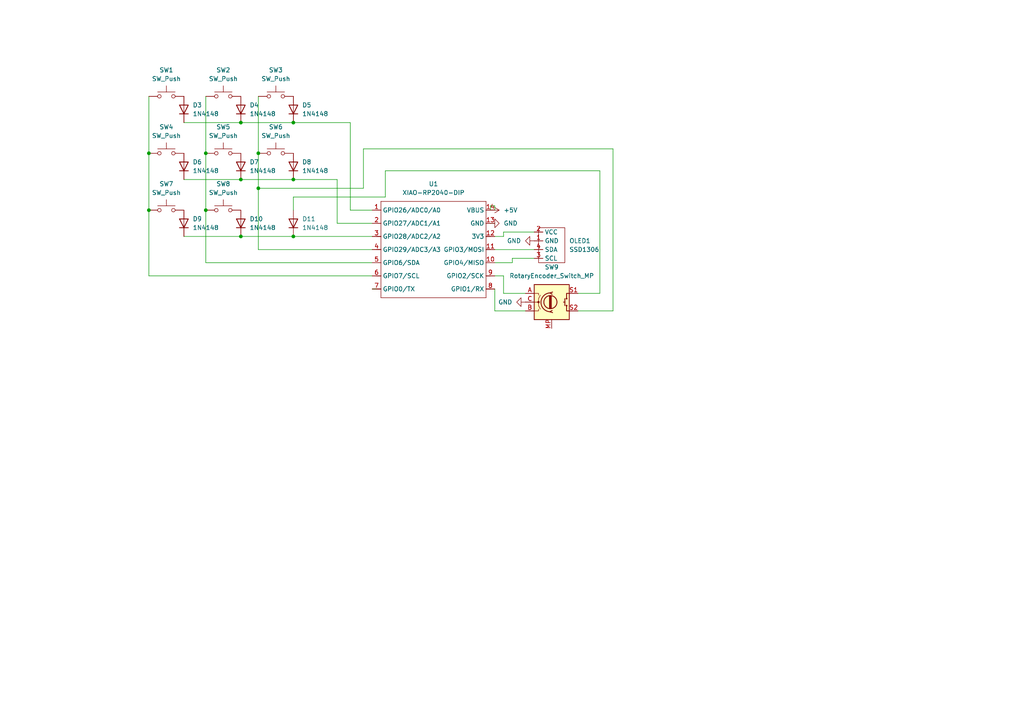
<source format=kicad_sch>
(kicad_sch
	(version 20250114)
	(generator "eeschema")
	(generator_version "9.0")
	(uuid "844310ec-704b-43ad-93e4-0feb8736a761")
	(paper "A4")
	(lib_symbols
		(symbol "Device:RotaryEncoder_Switch_MP"
			(pin_names
				(offset 0.254)
				(hide yes)
			)
			(exclude_from_sim no)
			(in_bom yes)
			(on_board yes)
			(property "Reference" "SW"
				(at 0 8.89 0)
				(effects
					(font
						(size 1.27 1.27)
					)
				)
			)
			(property "Value" "RotaryEncoder_Switch_MP"
				(at 0 6.35 0)
				(effects
					(font
						(size 1.27 1.27)
					)
				)
			)
			(property "Footprint" ""
				(at -3.81 4.064 0)
				(effects
					(font
						(size 1.27 1.27)
					)
					(hide yes)
				)
			)
			(property "Datasheet" "~"
				(at 0 -12.7 0)
				(effects
					(font
						(size 1.27 1.27)
					)
					(hide yes)
				)
			)
			(property "Description" "Rotary encoder, dual channel, incremental quadrate outputs, with switch and MP Pin"
				(at 0 -15.24 0)
				(effects
					(font
						(size 1.27 1.27)
					)
					(hide yes)
				)
			)
			(property "ki_keywords" "rotary switch encoder switch push button"
				(at 0 0 0)
				(effects
					(font
						(size 1.27 1.27)
					)
					(hide yes)
				)
			)
			(property "ki_fp_filters" "RotaryEncoder*Switch*"
				(at 0 0 0)
				(effects
					(font
						(size 1.27 1.27)
					)
					(hide yes)
				)
			)
			(symbol "RotaryEncoder_Switch_MP_0_1"
				(rectangle
					(start -5.08 5.08)
					(end 5.08 -5.08)
					(stroke
						(width 0.254)
						(type default)
					)
					(fill
						(type background)
					)
				)
				(polyline
					(pts
						(xy -5.08 2.54) (xy -3.81 2.54) (xy -3.81 2.032)
					)
					(stroke
						(width 0)
						(type default)
					)
					(fill
						(type none)
					)
				)
				(polyline
					(pts
						(xy -5.08 0) (xy -3.81 0) (xy -3.81 -1.016) (xy -3.302 -2.032)
					)
					(stroke
						(width 0)
						(type default)
					)
					(fill
						(type none)
					)
				)
				(polyline
					(pts
						(xy -5.08 -2.54) (xy -3.81 -2.54) (xy -3.81 -2.032)
					)
					(stroke
						(width 0)
						(type default)
					)
					(fill
						(type none)
					)
				)
				(polyline
					(pts
						(xy -4.318 0) (xy -3.81 0) (xy -3.81 1.016) (xy -3.302 2.032)
					)
					(stroke
						(width 0)
						(type default)
					)
					(fill
						(type none)
					)
				)
				(circle
					(center -3.81 0)
					(radius 0.254)
					(stroke
						(width 0)
						(type default)
					)
					(fill
						(type outline)
					)
				)
				(polyline
					(pts
						(xy -0.635 -1.778) (xy -0.635 1.778)
					)
					(stroke
						(width 0.254)
						(type default)
					)
					(fill
						(type none)
					)
				)
				(circle
					(center -0.381 0)
					(radius 1.905)
					(stroke
						(width 0.254)
						(type default)
					)
					(fill
						(type none)
					)
				)
				(polyline
					(pts
						(xy -0.381 -1.778) (xy -0.381 1.778)
					)
					(stroke
						(width 0.254)
						(type default)
					)
					(fill
						(type none)
					)
				)
				(arc
					(start -0.381 -2.794)
					(mid -3.0988 -0.0635)
					(end -0.381 2.667)
					(stroke
						(width 0.254)
						(type default)
					)
					(fill
						(type none)
					)
				)
				(polyline
					(pts
						(xy -0.127 1.778) (xy -0.127 -1.778)
					)
					(stroke
						(width 0.254)
						(type default)
					)
					(fill
						(type none)
					)
				)
				(polyline
					(pts
						(xy 0.254 2.921) (xy -0.508 2.667) (xy 0.127 2.286)
					)
					(stroke
						(width 0.254)
						(type default)
					)
					(fill
						(type none)
					)
				)
				(polyline
					(pts
						(xy 0.254 -3.048) (xy -0.508 -2.794) (xy 0.127 -2.413)
					)
					(stroke
						(width 0.254)
						(type default)
					)
					(fill
						(type none)
					)
				)
				(polyline
					(pts
						(xy 3.81 1.016) (xy 3.81 -1.016)
					)
					(stroke
						(width 0.254)
						(type default)
					)
					(fill
						(type none)
					)
				)
				(polyline
					(pts
						(xy 3.81 0) (xy 3.429 0)
					)
					(stroke
						(width 0.254)
						(type default)
					)
					(fill
						(type none)
					)
				)
				(circle
					(center 4.318 1.016)
					(radius 0.127)
					(stroke
						(width 0.254)
						(type default)
					)
					(fill
						(type none)
					)
				)
				(circle
					(center 4.318 -1.016)
					(radius 0.127)
					(stroke
						(width 0.254)
						(type default)
					)
					(fill
						(type none)
					)
				)
				(polyline
					(pts
						(xy 5.08 2.54) (xy 4.318 2.54) (xy 4.318 1.016)
					)
					(stroke
						(width 0.254)
						(type default)
					)
					(fill
						(type none)
					)
				)
				(polyline
					(pts
						(xy 5.08 -2.54) (xy 4.318 -2.54) (xy 4.318 -1.016)
					)
					(stroke
						(width 0.254)
						(type default)
					)
					(fill
						(type none)
					)
				)
			)
			(symbol "RotaryEncoder_Switch_MP_1_1"
				(pin passive line
					(at -7.62 2.54 0)
					(length 2.54)
					(name "A"
						(effects
							(font
								(size 1.27 1.27)
							)
						)
					)
					(number "A"
						(effects
							(font
								(size 1.27 1.27)
							)
						)
					)
				)
				(pin passive line
					(at -7.62 0 0)
					(length 2.54)
					(name "C"
						(effects
							(font
								(size 1.27 1.27)
							)
						)
					)
					(number "C"
						(effects
							(font
								(size 1.27 1.27)
							)
						)
					)
				)
				(pin passive line
					(at -7.62 -2.54 0)
					(length 2.54)
					(name "B"
						(effects
							(font
								(size 1.27 1.27)
							)
						)
					)
					(number "B"
						(effects
							(font
								(size 1.27 1.27)
							)
						)
					)
				)
				(pin passive line
					(at 0 -7.62 90)
					(length 2.54)
					(name "MP"
						(effects
							(font
								(size 1.27 1.27)
							)
						)
					)
					(number "MP"
						(effects
							(font
								(size 1.27 1.27)
							)
						)
					)
				)
				(pin passive line
					(at 7.62 2.54 180)
					(length 2.54)
					(name "S1"
						(effects
							(font
								(size 1.27 1.27)
							)
						)
					)
					(number "S1"
						(effects
							(font
								(size 1.27 1.27)
							)
						)
					)
				)
				(pin passive line
					(at 7.62 -2.54 180)
					(length 2.54)
					(name "S2"
						(effects
							(font
								(size 1.27 1.27)
							)
						)
					)
					(number "S2"
						(effects
							(font
								(size 1.27 1.27)
							)
						)
					)
				)
			)
			(embedded_fonts no)
		)
		(symbol "Diode:1N4148"
			(pin_numbers
				(hide yes)
			)
			(pin_names
				(hide yes)
			)
			(exclude_from_sim no)
			(in_bom yes)
			(on_board yes)
			(property "Reference" "D"
				(at 0 2.54 0)
				(effects
					(font
						(size 1.27 1.27)
					)
				)
			)
			(property "Value" "1N4148"
				(at 0 -2.54 0)
				(effects
					(font
						(size 1.27 1.27)
					)
				)
			)
			(property "Footprint" "Diode_THT:D_DO-35_SOD27_P7.62mm_Horizontal"
				(at 0 0 0)
				(effects
					(font
						(size 1.27 1.27)
					)
					(hide yes)
				)
			)
			(property "Datasheet" "https://assets.nexperia.com/documents/data-sheet/1N4148_1N4448.pdf"
				(at 0 0 0)
				(effects
					(font
						(size 1.27 1.27)
					)
					(hide yes)
				)
			)
			(property "Description" "100V 0.15A standard switching diode, DO-35"
				(at 0 0 0)
				(effects
					(font
						(size 1.27 1.27)
					)
					(hide yes)
				)
			)
			(property "Sim.Device" "D"
				(at 0 0 0)
				(effects
					(font
						(size 1.27 1.27)
					)
					(hide yes)
				)
			)
			(property "Sim.Pins" "1=K 2=A"
				(at 0 0 0)
				(effects
					(font
						(size 1.27 1.27)
					)
					(hide yes)
				)
			)
			(property "ki_keywords" "diode"
				(at 0 0 0)
				(effects
					(font
						(size 1.27 1.27)
					)
					(hide yes)
				)
			)
			(property "ki_fp_filters" "D*DO?35*"
				(at 0 0 0)
				(effects
					(font
						(size 1.27 1.27)
					)
					(hide yes)
				)
			)
			(symbol "1N4148_0_1"
				(polyline
					(pts
						(xy -1.27 1.27) (xy -1.27 -1.27)
					)
					(stroke
						(width 0.254)
						(type default)
					)
					(fill
						(type none)
					)
				)
				(polyline
					(pts
						(xy 1.27 1.27) (xy 1.27 -1.27) (xy -1.27 0) (xy 1.27 1.27)
					)
					(stroke
						(width 0.254)
						(type default)
					)
					(fill
						(type none)
					)
				)
				(polyline
					(pts
						(xy 1.27 0) (xy -1.27 0)
					)
					(stroke
						(width 0)
						(type default)
					)
					(fill
						(type none)
					)
				)
			)
			(symbol "1N4148_1_1"
				(pin passive line
					(at -3.81 0 0)
					(length 2.54)
					(name "K"
						(effects
							(font
								(size 1.27 1.27)
							)
						)
					)
					(number "1"
						(effects
							(font
								(size 1.27 1.27)
							)
						)
					)
				)
				(pin passive line
					(at 3.81 0 180)
					(length 2.54)
					(name "A"
						(effects
							(font
								(size 1.27 1.27)
							)
						)
					)
					(number "2"
						(effects
							(font
								(size 1.27 1.27)
							)
						)
					)
				)
			)
			(embedded_fonts no)
		)
		(symbol "OPL:SSD1306"
			(exclude_from_sim no)
			(in_bom yes)
			(on_board yes)
			(property "Reference" "OLED"
				(at 15.494 -10.16 0)
				(effects
					(font
						(size 1.27 1.27)
					)
				)
			)
			(property "Value" "SSD1306"
				(at 17.272 -8.128 0)
				(effects
					(font
						(size 1.27 1.27)
					)
				)
			)
			(property "Footprint" "OLED:SSD1306-0.91-OLED-4pin-128x32"
				(at 14.986 -2.54 0)
				(effects
					(font
						(size 1.27 1.27)
					)
					(hide yes)
				)
			)
			(property "Datasheet" ""
				(at 0 0 0)
				(effects
					(font
						(size 1.27 1.27)
					)
					(hide yes)
				)
			)
			(property "Description" ""
				(at 0 0 0)
				(effects
					(font
						(size 1.27 1.27)
					)
					(hide yes)
				)
			)
			(property "ki_keywords" "OLED"
				(at 0 0 0)
				(effects
					(font
						(size 1.27 1.27)
					)
					(hide yes)
				)
			)
			(symbol "SSD1306_0_1"
				(rectangle
					(start 5.08 -5.08)
					(end 12.7 -15.24)
					(stroke
						(width 0)
						(type default)
					)
					(fill
						(type none)
					)
				)
			)
			(symbol "SSD1306_1_1"
				(pin power_in line
					(at 3.81 -6.35 0)
					(length 2.54)
					(name "VCC"
						(effects
							(font
								(size 1.27 1.27)
							)
						)
					)
					(number "2"
						(effects
							(font
								(size 1.27 1.27)
							)
						)
					)
				)
				(pin power_in line
					(at 3.81 -8.89 0)
					(length 2.54)
					(name "GND"
						(effects
							(font
								(size 1.27 1.27)
							)
						)
					)
					(number "1"
						(effects
							(font
								(size 1.27 1.27)
							)
						)
					)
				)
				(pin input line
					(at 3.81 -11.43 0)
					(length 2.54)
					(name "SDA"
						(effects
							(font
								(size 1.27 1.27)
							)
						)
					)
					(number "4"
						(effects
							(font
								(size 1.27 1.27)
							)
						)
					)
				)
				(pin input line
					(at 3.81 -13.97 0)
					(length 2.54)
					(name "SCL"
						(effects
							(font
								(size 1.27 1.27)
							)
						)
					)
					(number "3"
						(effects
							(font
								(size 1.27 1.27)
							)
						)
					)
				)
			)
			(embedded_fonts no)
		)
		(symbol "OPL:XIAO-RP2040-DIP"
			(exclude_from_sim no)
			(in_bom yes)
			(on_board yes)
			(property "Reference" "U"
				(at 0 0 0)
				(effects
					(font
						(size 1.27 1.27)
					)
				)
			)
			(property "Value" "XIAO-RP2040-DIP"
				(at 5.334 -1.778 0)
				(effects
					(font
						(size 1.27 1.27)
					)
				)
			)
			(property "Footprint" "Module:MOUDLE14P-XIAO-DIP-SMD"
				(at 14.478 -32.258 0)
				(effects
					(font
						(size 1.27 1.27)
					)
					(hide yes)
				)
			)
			(property "Datasheet" ""
				(at 0 0 0)
				(effects
					(font
						(size 1.27 1.27)
					)
					(hide yes)
				)
			)
			(property "Description" ""
				(at 0 0 0)
				(effects
					(font
						(size 1.27 1.27)
					)
					(hide yes)
				)
			)
			(symbol "XIAO-RP2040-DIP_1_0"
				(polyline
					(pts
						(xy -1.27 -2.54) (xy 29.21 -2.54)
					)
					(stroke
						(width 0.1524)
						(type solid)
					)
					(fill
						(type none)
					)
				)
				(polyline
					(pts
						(xy -1.27 -5.08) (xy -2.54 -5.08)
					)
					(stroke
						(width 0.1524)
						(type solid)
					)
					(fill
						(type none)
					)
				)
				(polyline
					(pts
						(xy -1.27 -5.08) (xy -1.27 -2.54)
					)
					(stroke
						(width 0.1524)
						(type solid)
					)
					(fill
						(type none)
					)
				)
				(polyline
					(pts
						(xy -1.27 -8.89) (xy -2.54 -8.89)
					)
					(stroke
						(width 0.1524)
						(type solid)
					)
					(fill
						(type none)
					)
				)
				(polyline
					(pts
						(xy -1.27 -8.89) (xy -1.27 -5.08)
					)
					(stroke
						(width 0.1524)
						(type solid)
					)
					(fill
						(type none)
					)
				)
				(polyline
					(pts
						(xy -1.27 -12.7) (xy -2.54 -12.7)
					)
					(stroke
						(width 0.1524)
						(type solid)
					)
					(fill
						(type none)
					)
				)
				(polyline
					(pts
						(xy -1.27 -12.7) (xy -1.27 -8.89)
					)
					(stroke
						(width 0.1524)
						(type solid)
					)
					(fill
						(type none)
					)
				)
				(polyline
					(pts
						(xy -1.27 -16.51) (xy -2.54 -16.51)
					)
					(stroke
						(width 0.1524)
						(type solid)
					)
					(fill
						(type none)
					)
				)
				(polyline
					(pts
						(xy -1.27 -16.51) (xy -1.27 -12.7)
					)
					(stroke
						(width 0.1524)
						(type solid)
					)
					(fill
						(type none)
					)
				)
				(polyline
					(pts
						(xy -1.27 -20.32) (xy -2.54 -20.32)
					)
					(stroke
						(width 0.1524)
						(type solid)
					)
					(fill
						(type none)
					)
				)
				(polyline
					(pts
						(xy -1.27 -24.13) (xy -2.54 -24.13)
					)
					(stroke
						(width 0.1524)
						(type solid)
					)
					(fill
						(type none)
					)
				)
				(polyline
					(pts
						(xy -1.27 -27.94) (xy -2.54 -27.94)
					)
					(stroke
						(width 0.1524)
						(type solid)
					)
					(fill
						(type none)
					)
				)
				(polyline
					(pts
						(xy -1.27 -30.48) (xy -1.27 -16.51)
					)
					(stroke
						(width 0.1524)
						(type solid)
					)
					(fill
						(type none)
					)
				)
				(polyline
					(pts
						(xy 29.21 -2.54) (xy 29.21 -5.08)
					)
					(stroke
						(width 0.1524)
						(type solid)
					)
					(fill
						(type none)
					)
				)
				(polyline
					(pts
						(xy 29.21 -5.08) (xy 29.21 -8.89)
					)
					(stroke
						(width 0.1524)
						(type solid)
					)
					(fill
						(type none)
					)
				)
				(polyline
					(pts
						(xy 29.21 -8.89) (xy 29.21 -12.7)
					)
					(stroke
						(width 0.1524)
						(type solid)
					)
					(fill
						(type none)
					)
				)
				(polyline
					(pts
						(xy 29.21 -12.7) (xy 29.21 -30.48)
					)
					(stroke
						(width 0.1524)
						(type solid)
					)
					(fill
						(type none)
					)
				)
				(polyline
					(pts
						(xy 29.21 -30.48) (xy -1.27 -30.48)
					)
					(stroke
						(width 0.1524)
						(type solid)
					)
					(fill
						(type none)
					)
				)
				(polyline
					(pts
						(xy 30.48 -5.08) (xy 29.21 -5.08)
					)
					(stroke
						(width 0.1524)
						(type solid)
					)
					(fill
						(type none)
					)
				)
				(polyline
					(pts
						(xy 30.48 -8.89) (xy 29.21 -8.89)
					)
					(stroke
						(width 0.1524)
						(type solid)
					)
					(fill
						(type none)
					)
				)
				(polyline
					(pts
						(xy 30.48 -12.7) (xy 29.21 -12.7)
					)
					(stroke
						(width 0.1524)
						(type solid)
					)
					(fill
						(type none)
					)
				)
				(polyline
					(pts
						(xy 30.48 -16.51) (xy 29.21 -16.51)
					)
					(stroke
						(width 0.1524)
						(type solid)
					)
					(fill
						(type none)
					)
				)
				(polyline
					(pts
						(xy 30.48 -20.32) (xy 29.21 -20.32)
					)
					(stroke
						(width 0.1524)
						(type solid)
					)
					(fill
						(type none)
					)
				)
				(polyline
					(pts
						(xy 30.48 -24.13) (xy 29.21 -24.13)
					)
					(stroke
						(width 0.1524)
						(type solid)
					)
					(fill
						(type none)
					)
				)
				(polyline
					(pts
						(xy 30.48 -27.94) (xy 29.21 -27.94)
					)
					(stroke
						(width 0.1524)
						(type solid)
					)
					(fill
						(type none)
					)
				)
				(pin passive line
					(at -3.81 -5.08 0)
					(length 2.54)
					(name "GPIO26/ADC0/A0"
						(effects
							(font
								(size 1.27 1.27)
							)
						)
					)
					(number "1"
						(effects
							(font
								(size 1.27 1.27)
							)
						)
					)
				)
				(pin passive line
					(at -3.81 -8.89 0)
					(length 2.54)
					(name "GPIO27/ADC1/A1"
						(effects
							(font
								(size 1.27 1.27)
							)
						)
					)
					(number "2"
						(effects
							(font
								(size 1.27 1.27)
							)
						)
					)
				)
				(pin passive line
					(at -3.81 -12.7 0)
					(length 2.54)
					(name "GPIO28/ADC2/A2"
						(effects
							(font
								(size 1.27 1.27)
							)
						)
					)
					(number "3"
						(effects
							(font
								(size 1.27 1.27)
							)
						)
					)
				)
				(pin passive line
					(at -3.81 -16.51 0)
					(length 2.54)
					(name "GPIO29/ADC3/A3"
						(effects
							(font
								(size 1.27 1.27)
							)
						)
					)
					(number "4"
						(effects
							(font
								(size 1.27 1.27)
							)
						)
					)
				)
				(pin passive line
					(at -3.81 -20.32 0)
					(length 2.54)
					(name "GPIO6/SDA"
						(effects
							(font
								(size 1.27 1.27)
							)
						)
					)
					(number "5"
						(effects
							(font
								(size 1.27 1.27)
							)
						)
					)
				)
				(pin passive line
					(at -3.81 -24.13 0)
					(length 2.54)
					(name "GPIO7/SCL"
						(effects
							(font
								(size 1.27 1.27)
							)
						)
					)
					(number "6"
						(effects
							(font
								(size 1.27 1.27)
							)
						)
					)
				)
				(pin passive line
					(at -3.81 -27.94 0)
					(length 2.54)
					(name "GPIO0/TX"
						(effects
							(font
								(size 1.27 1.27)
							)
						)
					)
					(number "7"
						(effects
							(font
								(size 1.27 1.27)
							)
						)
					)
				)
				(pin passive line
					(at 31.75 -5.08 180)
					(length 2.54)
					(name "VBUS"
						(effects
							(font
								(size 1.27 1.27)
							)
						)
					)
					(number "14"
						(effects
							(font
								(size 1.27 1.27)
							)
						)
					)
				)
				(pin passive line
					(at 31.75 -8.89 180)
					(length 2.54)
					(name "GND"
						(effects
							(font
								(size 1.27 1.27)
							)
						)
					)
					(number "13"
						(effects
							(font
								(size 1.27 1.27)
							)
						)
					)
				)
				(pin passive line
					(at 31.75 -12.7 180)
					(length 2.54)
					(name "3V3"
						(effects
							(font
								(size 1.27 1.27)
							)
						)
					)
					(number "12"
						(effects
							(font
								(size 1.27 1.27)
							)
						)
					)
				)
				(pin passive line
					(at 31.75 -16.51 180)
					(length 2.54)
					(name "GPIO3/MOSI"
						(effects
							(font
								(size 1.27 1.27)
							)
						)
					)
					(number "11"
						(effects
							(font
								(size 1.27 1.27)
							)
						)
					)
				)
				(pin passive line
					(at 31.75 -20.32 180)
					(length 2.54)
					(name "GPIO4/MISO"
						(effects
							(font
								(size 1.27 1.27)
							)
						)
					)
					(number "10"
						(effects
							(font
								(size 1.27 1.27)
							)
						)
					)
				)
				(pin passive line
					(at 31.75 -24.13 180)
					(length 2.54)
					(name "GPIO2/SCK"
						(effects
							(font
								(size 1.27 1.27)
							)
						)
					)
					(number "9"
						(effects
							(font
								(size 1.27 1.27)
							)
						)
					)
				)
				(pin passive line
					(at 31.75 -27.94 180)
					(length 2.54)
					(name "GPIO1/RX"
						(effects
							(font
								(size 1.27 1.27)
							)
						)
					)
					(number "8"
						(effects
							(font
								(size 1.27 1.27)
							)
						)
					)
				)
			)
			(embedded_fonts no)
		)
		(symbol "Switch:SW_Push"
			(pin_numbers
				(hide yes)
			)
			(pin_names
				(offset 1.016)
				(hide yes)
			)
			(exclude_from_sim no)
			(in_bom yes)
			(on_board yes)
			(property "Reference" "SW"
				(at 1.27 2.54 0)
				(effects
					(font
						(size 1.27 1.27)
					)
					(justify left)
				)
			)
			(property "Value" "SW_Push"
				(at 0 -1.524 0)
				(effects
					(font
						(size 1.27 1.27)
					)
				)
			)
			(property "Footprint" ""
				(at 0 5.08 0)
				(effects
					(font
						(size 1.27 1.27)
					)
					(hide yes)
				)
			)
			(property "Datasheet" "~"
				(at 0 5.08 0)
				(effects
					(font
						(size 1.27 1.27)
					)
					(hide yes)
				)
			)
			(property "Description" "Push button switch, generic, two pins"
				(at 0 0 0)
				(effects
					(font
						(size 1.27 1.27)
					)
					(hide yes)
				)
			)
			(property "ki_keywords" "switch normally-open pushbutton push-button"
				(at 0 0 0)
				(effects
					(font
						(size 1.27 1.27)
					)
					(hide yes)
				)
			)
			(symbol "SW_Push_0_1"
				(circle
					(center -2.032 0)
					(radius 0.508)
					(stroke
						(width 0)
						(type default)
					)
					(fill
						(type none)
					)
				)
				(polyline
					(pts
						(xy 0 1.27) (xy 0 3.048)
					)
					(stroke
						(width 0)
						(type default)
					)
					(fill
						(type none)
					)
				)
				(circle
					(center 2.032 0)
					(radius 0.508)
					(stroke
						(width 0)
						(type default)
					)
					(fill
						(type none)
					)
				)
				(polyline
					(pts
						(xy 2.54 1.27) (xy -2.54 1.27)
					)
					(stroke
						(width 0)
						(type default)
					)
					(fill
						(type none)
					)
				)
				(pin passive line
					(at -5.08 0 0)
					(length 2.54)
					(name "1"
						(effects
							(font
								(size 1.27 1.27)
							)
						)
					)
					(number "1"
						(effects
							(font
								(size 1.27 1.27)
							)
						)
					)
				)
				(pin passive line
					(at 5.08 0 180)
					(length 2.54)
					(name "2"
						(effects
							(font
								(size 1.27 1.27)
							)
						)
					)
					(number "2"
						(effects
							(font
								(size 1.27 1.27)
							)
						)
					)
				)
			)
			(embedded_fonts no)
		)
		(symbol "power:+5V"
			(power)
			(pin_numbers
				(hide yes)
			)
			(pin_names
				(offset 0)
				(hide yes)
			)
			(exclude_from_sim no)
			(in_bom yes)
			(on_board yes)
			(property "Reference" "#PWR"
				(at 0 -3.81 0)
				(effects
					(font
						(size 1.27 1.27)
					)
					(hide yes)
				)
			)
			(property "Value" "+5V"
				(at 0 3.556 0)
				(effects
					(font
						(size 1.27 1.27)
					)
				)
			)
			(property "Footprint" ""
				(at 0 0 0)
				(effects
					(font
						(size 1.27 1.27)
					)
					(hide yes)
				)
			)
			(property "Datasheet" ""
				(at 0 0 0)
				(effects
					(font
						(size 1.27 1.27)
					)
					(hide yes)
				)
			)
			(property "Description" "Power symbol creates a global label with name \"+5V\""
				(at 0 0 0)
				(effects
					(font
						(size 1.27 1.27)
					)
					(hide yes)
				)
			)
			(property "ki_keywords" "global power"
				(at 0 0 0)
				(effects
					(font
						(size 1.27 1.27)
					)
					(hide yes)
				)
			)
			(symbol "+5V_0_1"
				(polyline
					(pts
						(xy -0.762 1.27) (xy 0 2.54)
					)
					(stroke
						(width 0)
						(type default)
					)
					(fill
						(type none)
					)
				)
				(polyline
					(pts
						(xy 0 2.54) (xy 0.762 1.27)
					)
					(stroke
						(width 0)
						(type default)
					)
					(fill
						(type none)
					)
				)
				(polyline
					(pts
						(xy 0 0) (xy 0 2.54)
					)
					(stroke
						(width 0)
						(type default)
					)
					(fill
						(type none)
					)
				)
			)
			(symbol "+5V_1_1"
				(pin power_in line
					(at 0 0 90)
					(length 0)
					(name "~"
						(effects
							(font
								(size 1.27 1.27)
							)
						)
					)
					(number "1"
						(effects
							(font
								(size 1.27 1.27)
							)
						)
					)
				)
			)
			(embedded_fonts no)
		)
		(symbol "power:GND"
			(power)
			(pin_numbers
				(hide yes)
			)
			(pin_names
				(offset 0)
				(hide yes)
			)
			(exclude_from_sim no)
			(in_bom yes)
			(on_board yes)
			(property "Reference" "#PWR"
				(at 0 -6.35 0)
				(effects
					(font
						(size 1.27 1.27)
					)
					(hide yes)
				)
			)
			(property "Value" "GND"
				(at 0 -3.81 0)
				(effects
					(font
						(size 1.27 1.27)
					)
				)
			)
			(property "Footprint" ""
				(at 0 0 0)
				(effects
					(font
						(size 1.27 1.27)
					)
					(hide yes)
				)
			)
			(property "Datasheet" ""
				(at 0 0 0)
				(effects
					(font
						(size 1.27 1.27)
					)
					(hide yes)
				)
			)
			(property "Description" "Power symbol creates a global label with name \"GND\" , ground"
				(at 0 0 0)
				(effects
					(font
						(size 1.27 1.27)
					)
					(hide yes)
				)
			)
			(property "ki_keywords" "global power"
				(at 0 0 0)
				(effects
					(font
						(size 1.27 1.27)
					)
					(hide yes)
				)
			)
			(symbol "GND_0_1"
				(polyline
					(pts
						(xy 0 0) (xy 0 -1.27) (xy 1.27 -1.27) (xy 0 -2.54) (xy -1.27 -1.27) (xy 0 -1.27)
					)
					(stroke
						(width 0)
						(type default)
					)
					(fill
						(type none)
					)
				)
			)
			(symbol "GND_1_1"
				(pin power_in line
					(at 0 0 270)
					(length 0)
					(name "~"
						(effects
							(font
								(size 1.27 1.27)
							)
						)
					)
					(number "1"
						(effects
							(font
								(size 1.27 1.27)
							)
						)
					)
				)
			)
			(embedded_fonts no)
		)
	)
	(junction
		(at 69.85 35.56)
		(diameter 0)
		(color 0 0 0 0)
		(uuid "0126b3dc-5cc7-4b66-864b-6815d1eed379")
	)
	(junction
		(at 85.09 52.07)
		(diameter 0)
		(color 0 0 0 0)
		(uuid "07c27f7e-b77a-4e91-8f99-a81d41868a67")
	)
	(junction
		(at 85.09 68.58)
		(diameter 0)
		(color 0 0 0 0)
		(uuid "1b581ab1-4e84-45cc-b338-e636e4c5f262")
	)
	(junction
		(at 59.69 60.96)
		(diameter 0)
		(color 0 0 0 0)
		(uuid "1ba837ba-5c74-4dff-ae2a-4757f7eb1947")
	)
	(junction
		(at 74.93 54.61)
		(diameter 0)
		(color 0 0 0 0)
		(uuid "2fcd35de-22da-40d9-9dac-411b553afeb0")
	)
	(junction
		(at 74.93 44.45)
		(diameter 0)
		(color 0 0 0 0)
		(uuid "44c7ad3c-f4e3-4e89-8521-68436e222b3c")
	)
	(junction
		(at 85.09 35.56)
		(diameter 0)
		(color 0 0 0 0)
		(uuid "48266e54-cd51-4338-89e0-07319d36d1af")
	)
	(junction
		(at 43.18 44.45)
		(diameter 0)
		(color 0 0 0 0)
		(uuid "86d7838b-20e4-4c2a-9254-8b43d096dd49")
	)
	(junction
		(at 69.85 68.58)
		(diameter 0)
		(color 0 0 0 0)
		(uuid "b577fc3d-fb4a-408a-8ce7-6fa3b4e1b769")
	)
	(junction
		(at 59.69 44.45)
		(diameter 0)
		(color 0 0 0 0)
		(uuid "c4202ce6-a87d-41e4-9898-e46b4f3a7473")
	)
	(junction
		(at 69.85 52.07)
		(diameter 0)
		(color 0 0 0 0)
		(uuid "dd416e0a-1634-45b7-bd58-0c438476903e")
	)
	(junction
		(at 43.18 60.96)
		(diameter 0)
		(color 0 0 0 0)
		(uuid "ef809bdd-db6e-415a-a3c5-2beb576d5a6b")
	)
	(wire
		(pts
			(xy 69.85 68.58) (xy 85.09 68.58)
		)
		(stroke
			(width 0)
			(type default)
		)
		(uuid "03a6b4d8-4739-4678-87a7-95333037f75e")
	)
	(wire
		(pts
			(xy 111.76 57.15) (xy 85.09 57.15)
		)
		(stroke
			(width 0)
			(type default)
		)
		(uuid "03cd86df-16aa-4477-a6dc-1e75f4515391")
	)
	(wire
		(pts
			(xy 143.51 90.17) (xy 152.4 90.17)
		)
		(stroke
			(width 0)
			(type default)
		)
		(uuid "0562c33e-35f6-4aeb-86f4-e47b1a2c51f3")
	)
	(wire
		(pts
			(xy 85.09 68.58) (xy 107.95 68.58)
		)
		(stroke
			(width 0)
			(type default)
		)
		(uuid "06c37309-47b7-4176-97e2-4192ef66152c")
	)
	(wire
		(pts
			(xy 53.34 68.58) (xy 69.85 68.58)
		)
		(stroke
			(width 0)
			(type default)
		)
		(uuid "0d06b12f-2bee-4e92-bd64-965f7c302562")
	)
	(wire
		(pts
			(xy 109.22 83.82) (xy 107.95 83.82)
		)
		(stroke
			(width 0)
			(type default)
		)
		(uuid "0f085928-2131-4e51-b3e9-23fd1fd399ca")
	)
	(wire
		(pts
			(xy 152.4 85.09) (xy 146.05 85.09)
		)
		(stroke
			(width 0)
			(type default)
		)
		(uuid "1243677f-0ea9-4226-86a3-80dd7d26ebee")
	)
	(wire
		(pts
			(xy 105.41 54.61) (xy 105.41 43.18)
		)
		(stroke
			(width 0)
			(type default)
		)
		(uuid "1ed55869-5768-44cd-92c5-8e869f79a36d")
	)
	(wire
		(pts
			(xy 146.05 68.58) (xy 146.05 67.31)
		)
		(stroke
			(width 0)
			(type default)
		)
		(uuid "20f325c7-a44a-443d-973e-216fe675a4dc")
	)
	(wire
		(pts
			(xy 143.51 76.2) (xy 148.59 76.2)
		)
		(stroke
			(width 0)
			(type default)
		)
		(uuid "2506b09c-7ccd-4506-a3f3-e6977848c58d")
	)
	(wire
		(pts
			(xy 53.34 52.07) (xy 69.85 52.07)
		)
		(stroke
			(width 0)
			(type default)
		)
		(uuid "337af8ba-02a5-4a89-a479-7f11e3ea1cc8")
	)
	(wire
		(pts
			(xy 85.09 57.15) (xy 85.09 60.96)
		)
		(stroke
			(width 0)
			(type default)
		)
		(uuid "352feb56-12bb-4c26-a6b5-cedbf46160ed")
	)
	(wire
		(pts
			(xy 101.6 60.96) (xy 107.95 60.96)
		)
		(stroke
			(width 0)
			(type default)
		)
		(uuid "3698f404-8288-4b50-9d6e-f4b5e991ce36")
	)
	(wire
		(pts
			(xy 43.18 27.94) (xy 43.18 44.45)
		)
		(stroke
			(width 0)
			(type default)
		)
		(uuid "375b5e03-2033-48d5-b75e-14308c0d5ba7")
	)
	(wire
		(pts
			(xy 74.93 54.61) (xy 105.41 54.61)
		)
		(stroke
			(width 0)
			(type default)
		)
		(uuid "37afaf88-5409-49b7-915e-46ea3369a24c")
	)
	(wire
		(pts
			(xy 59.69 76.2) (xy 107.95 76.2)
		)
		(stroke
			(width 0)
			(type default)
		)
		(uuid "3b405135-2d0d-4af6-9564-2ac2fb326f3f")
	)
	(wire
		(pts
			(xy 146.05 85.09) (xy 146.05 80.01)
		)
		(stroke
			(width 0)
			(type default)
		)
		(uuid "448e7c3d-6565-4661-bad7-51a9f7081d02")
	)
	(wire
		(pts
			(xy 173.99 49.53) (xy 111.76 49.53)
		)
		(stroke
			(width 0)
			(type default)
		)
		(uuid "49d0947e-3401-4706-8ce2-34d55e15ddba")
	)
	(wire
		(pts
			(xy 148.59 74.93) (xy 154.94 74.93)
		)
		(stroke
			(width 0)
			(type default)
		)
		(uuid "4a6e315b-f0c7-4582-acc5-723f1ea624c4")
	)
	(wire
		(pts
			(xy 111.76 49.53) (xy 111.76 57.15)
		)
		(stroke
			(width 0)
			(type default)
		)
		(uuid "5479e063-4b5c-4bed-8d2c-7aa234954849")
	)
	(wire
		(pts
			(xy 59.69 44.45) (xy 59.69 60.96)
		)
		(stroke
			(width 0)
			(type default)
		)
		(uuid "5cbdc52a-8e43-4a6e-bd83-f7d07a393356")
	)
	(wire
		(pts
			(xy 143.51 59.69) (xy 142.24 59.69)
		)
		(stroke
			(width 0)
			(type default)
		)
		(uuid "65f5f79e-1b8f-4a3f-a4cf-47782c1c3a80")
	)
	(wire
		(pts
			(xy 74.93 44.45) (xy 74.93 54.61)
		)
		(stroke
			(width 0)
			(type default)
		)
		(uuid "68a95f1f-b3fa-466c-b562-1ea308b687a5")
	)
	(wire
		(pts
			(xy 101.6 35.56) (xy 101.6 60.96)
		)
		(stroke
			(width 0)
			(type default)
		)
		(uuid "6cf65b22-59e8-4da8-88ad-e24cb8e36ed7")
	)
	(wire
		(pts
			(xy 97.79 64.77) (xy 107.95 64.77)
		)
		(stroke
			(width 0)
			(type default)
		)
		(uuid "6d410213-5afc-47db-b324-17e8e9d8fe5f")
	)
	(wire
		(pts
			(xy 148.59 76.2) (xy 148.59 74.93)
		)
		(stroke
			(width 0)
			(type default)
		)
		(uuid "7d3a4d8c-4b5d-4bfa-8c40-ff1f9296b438")
	)
	(wire
		(pts
			(xy 142.24 59.69) (xy 142.24 60.96)
		)
		(stroke
			(width 0)
			(type default)
		)
		(uuid "80d996fa-e63a-4202-8f8e-3b81f38984e2")
	)
	(wire
		(pts
			(xy 74.93 27.94) (xy 74.93 44.45)
		)
		(stroke
			(width 0)
			(type default)
		)
		(uuid "86c37c51-f1c5-4e36-b9ed-764462c8e856")
	)
	(wire
		(pts
			(xy 59.69 60.96) (xy 59.69 76.2)
		)
		(stroke
			(width 0)
			(type default)
		)
		(uuid "8982bcee-3d45-4bb3-8f43-0caf5a8caece")
	)
	(wire
		(pts
			(xy 173.99 85.09) (xy 173.99 49.53)
		)
		(stroke
			(width 0)
			(type default)
		)
		(uuid "89b97126-1917-439e-98b1-5238f6378f36")
	)
	(wire
		(pts
			(xy 43.18 80.01) (xy 107.95 80.01)
		)
		(stroke
			(width 0)
			(type default)
		)
		(uuid "8a0e463a-4d33-4e26-9ae6-569254de23b0")
	)
	(wire
		(pts
			(xy 177.8 43.18) (xy 177.8 90.17)
		)
		(stroke
			(width 0)
			(type default)
		)
		(uuid "8d3b9580-d532-4910-a537-0d26d500c0ad")
	)
	(wire
		(pts
			(xy 97.79 52.07) (xy 97.79 64.77)
		)
		(stroke
			(width 0)
			(type default)
		)
		(uuid "8ec4fe3d-d299-4f4a-a625-1f5e7f82a2dc")
	)
	(wire
		(pts
			(xy 177.8 90.17) (xy 167.64 90.17)
		)
		(stroke
			(width 0)
			(type default)
		)
		(uuid "95348a06-5d22-45d4-8d14-bf498db1b84f")
	)
	(wire
		(pts
			(xy 143.51 60.96) (xy 143.51 59.69)
		)
		(stroke
			(width 0)
			(type default)
		)
		(uuid "99e9d21e-1c77-4922-901b-e795e27b8678")
	)
	(wire
		(pts
			(xy 43.18 44.45) (xy 43.18 60.96)
		)
		(stroke
			(width 0)
			(type default)
		)
		(uuid "9e02d10d-e2b0-4b02-8e54-f055af26d8f4")
	)
	(wire
		(pts
			(xy 143.51 80.01) (xy 146.05 80.01)
		)
		(stroke
			(width 0)
			(type default)
		)
		(uuid "a74206c4-2a03-45c4-bb74-e7ef13597228")
	)
	(wire
		(pts
			(xy 53.34 35.56) (xy 69.85 35.56)
		)
		(stroke
			(width 0)
			(type default)
		)
		(uuid "a7ba39fe-e0e4-4496-bcac-5faa3fa60751")
	)
	(wire
		(pts
			(xy 69.85 35.56) (xy 85.09 35.56)
		)
		(stroke
			(width 0)
			(type default)
		)
		(uuid "b330f251-3bf6-4e01-9f1e-efe34cf85a7f")
	)
	(wire
		(pts
			(xy 167.64 85.09) (xy 173.99 85.09)
		)
		(stroke
			(width 0)
			(type default)
		)
		(uuid "bcdcc7e7-d3a3-4e8b-b105-b1ae3765880c")
	)
	(wire
		(pts
			(xy 143.51 72.39) (xy 154.94 72.39)
		)
		(stroke
			(width 0)
			(type default)
		)
		(uuid "be058471-7c67-45b7-b40d-fa3c939764bf")
	)
	(wire
		(pts
			(xy 143.51 64.77) (xy 142.24 64.77)
		)
		(stroke
			(width 0)
			(type default)
		)
		(uuid "be0edc06-c8d1-4dd9-8fb0-17d3688f97c1")
	)
	(wire
		(pts
			(xy 85.09 52.07) (xy 97.79 52.07)
		)
		(stroke
			(width 0)
			(type default)
		)
		(uuid "c3829c84-acee-4593-81c3-f433e4b7414b")
	)
	(wire
		(pts
			(xy 59.69 27.94) (xy 59.69 44.45)
		)
		(stroke
			(width 0)
			(type default)
		)
		(uuid "ceb44321-131b-4229-870e-611da2b8078b")
	)
	(wire
		(pts
			(xy 74.93 72.39) (xy 107.95 72.39)
		)
		(stroke
			(width 0)
			(type default)
		)
		(uuid "d7b7a1db-24a7-4a66-8df5-165a43459154")
	)
	(wire
		(pts
			(xy 85.09 35.56) (xy 101.6 35.56)
		)
		(stroke
			(width 0)
			(type default)
		)
		(uuid "da6caa4e-f4b5-49af-90cc-cad91a9bea2c")
	)
	(wire
		(pts
			(xy 74.93 54.61) (xy 74.93 72.39)
		)
		(stroke
			(width 0)
			(type default)
		)
		(uuid "e1145fc6-607d-4941-9a2f-7a594e231a5e")
	)
	(wire
		(pts
			(xy 43.18 60.96) (xy 43.18 80.01)
		)
		(stroke
			(width 0)
			(type default)
		)
		(uuid "e9fc481a-8c3e-44d0-94cc-a143a72f9739")
	)
	(wire
		(pts
			(xy 146.05 67.31) (xy 154.94 67.31)
		)
		(stroke
			(width 0)
			(type default)
		)
		(uuid "ee5ee211-bd60-4a5b-abe8-102f9c41641c")
	)
	(wire
		(pts
			(xy 143.51 68.58) (xy 146.05 68.58)
		)
		(stroke
			(width 0)
			(type default)
		)
		(uuid "f1c32fcf-fb6d-4981-9a0a-1dc4eb3c3084")
	)
	(wire
		(pts
			(xy 69.85 52.07) (xy 85.09 52.07)
		)
		(stroke
			(width 0)
			(type default)
		)
		(uuid "f408eaee-9c52-46f8-bc5c-6a2c50976868")
	)
	(wire
		(pts
			(xy 143.51 83.82) (xy 143.51 90.17)
		)
		(stroke
			(width 0)
			(type default)
		)
		(uuid "f90e5d1e-77d3-4db8-a853-80c00cea3256")
	)
	(wire
		(pts
			(xy 105.41 43.18) (xy 177.8 43.18)
		)
		(stroke
			(width 0)
			(type default)
		)
		(uuid "fd7f9bbd-36ba-4feb-9f7b-1a4f8988a212")
	)
	(symbol
		(lib_id "power:GND")
		(at 142.24 64.77 90)
		(unit 1)
		(exclude_from_sim no)
		(in_bom yes)
		(on_board yes)
		(dnp no)
		(uuid "0cc6f416-0e59-44b7-9d70-b7747eceac74")
		(property "Reference" "#PWR03"
			(at 148.59 64.77 0)
			(effects
				(font
					(size 1.27 1.27)
				)
				(hide yes)
			)
		)
		(property "Value" "GND"
			(at 146.05 64.7699 90)
			(effects
				(font
					(size 1.27 1.27)
				)
				(justify right)
			)
		)
		(property "Footprint" ""
			(at 142.24 64.77 0)
			(effects
				(font
					(size 1.27 1.27)
				)
				(hide yes)
			)
		)
		(property "Datasheet" ""
			(at 142.24 64.77 0)
			(effects
				(font
					(size 1.27 1.27)
				)
				(hide yes)
			)
		)
		(property "Description" "Power symbol creates a global label with name \"GND\" , ground"
			(at 142.24 64.77 0)
			(effects
				(font
					(size 1.27 1.27)
				)
				(hide yes)
			)
		)
		(pin "1"
			(uuid "1fd04c60-1805-464f-a0be-6dd995145d12")
		)
		(instances
			(project ""
				(path "/844310ec-704b-43ad-93e4-0feb8736a761"
					(reference "#PWR03")
					(unit 1)
				)
			)
		)
	)
	(symbol
		(lib_id "Switch:SW_Push")
		(at 48.26 60.96 0)
		(unit 1)
		(exclude_from_sim no)
		(in_bom yes)
		(on_board yes)
		(dnp no)
		(fields_autoplaced yes)
		(uuid "17af3808-9663-4140-9150-c9347268e9bf")
		(property "Reference" "SW7"
			(at 48.26 53.34 0)
			(effects
				(font
					(size 1.27 1.27)
				)
			)
		)
		(property "Value" "SW_Push"
			(at 48.26 55.88 0)
			(effects
				(font
					(size 1.27 1.27)
				)
			)
		)
		(property "Footprint" "Button_Switch_Keyboard:SW_Cherry_MX_1.00u_PCB"
			(at 48.26 55.88 0)
			(effects
				(font
					(size 1.27 1.27)
				)
				(hide yes)
			)
		)
		(property "Datasheet" "~"
			(at 48.26 55.88 0)
			(effects
				(font
					(size 1.27 1.27)
				)
				(hide yes)
			)
		)
		(property "Description" "Push button switch, generic, two pins"
			(at 48.26 60.96 0)
			(effects
				(font
					(size 1.27 1.27)
				)
				(hide yes)
			)
		)
		(pin "2"
			(uuid "4b2153b0-0f2e-445c-b763-050cb7923d83")
		)
		(pin "1"
			(uuid "91528141-99b8-4a9a-887e-2f2c8535ef93")
		)
		(instances
			(project "MultiPad"
				(path "/844310ec-704b-43ad-93e4-0feb8736a761"
					(reference "SW7")
					(unit 1)
				)
			)
		)
	)
	(symbol
		(lib_id "Switch:SW_Push")
		(at 64.77 60.96 0)
		(unit 1)
		(exclude_from_sim no)
		(in_bom yes)
		(on_board yes)
		(dnp no)
		(fields_autoplaced yes)
		(uuid "19b01927-8a8f-4575-a9a8-dc128cf8bf53")
		(property "Reference" "SW8"
			(at 64.77 53.34 0)
			(effects
				(font
					(size 1.27 1.27)
				)
			)
		)
		(property "Value" "SW_Push"
			(at 64.77 55.88 0)
			(effects
				(font
					(size 1.27 1.27)
				)
			)
		)
		(property "Footprint" "Button_Switch_Keyboard:SW_Cherry_MX_1.00u_PCB"
			(at 64.77 55.88 0)
			(effects
				(font
					(size 1.27 1.27)
				)
				(hide yes)
			)
		)
		(property "Datasheet" "~"
			(at 64.77 55.88 0)
			(effects
				(font
					(size 1.27 1.27)
				)
				(hide yes)
			)
		)
		(property "Description" "Push button switch, generic, two pins"
			(at 64.77 60.96 0)
			(effects
				(font
					(size 1.27 1.27)
				)
				(hide yes)
			)
		)
		(pin "2"
			(uuid "60af15ab-d7ae-47b3-a5eb-35a519220465")
		)
		(pin "1"
			(uuid "51683f8e-8c1d-4154-a38c-fe250fea8365")
		)
		(instances
			(project "MultiPad"
				(path "/844310ec-704b-43ad-93e4-0feb8736a761"
					(reference "SW8")
					(unit 1)
				)
			)
		)
	)
	(symbol
		(lib_id "Diode:1N4148")
		(at 53.34 31.75 90)
		(unit 1)
		(exclude_from_sim no)
		(in_bom yes)
		(on_board yes)
		(dnp no)
		(fields_autoplaced yes)
		(uuid "1a056946-d2f9-4fa4-bd88-28598058790a")
		(property "Reference" "D3"
			(at 55.88 30.4799 90)
			(effects
				(font
					(size 1.27 1.27)
				)
				(justify right)
			)
		)
		(property "Value" "1N4148"
			(at 55.88 33.0199 90)
			(effects
				(font
					(size 1.27 1.27)
				)
				(justify right)
			)
		)
		(property "Footprint" "Diode_THT:D_DO-35_SOD27_P7.62mm_Horizontal"
			(at 53.34 31.75 0)
			(effects
				(font
					(size 1.27 1.27)
				)
				(hide yes)
			)
		)
		(property "Datasheet" "https://assets.nexperia.com/documents/data-sheet/1N4148_1N4448.pdf"
			(at 53.34 31.75 0)
			(effects
				(font
					(size 1.27 1.27)
				)
				(hide yes)
			)
		)
		(property "Description" "100V 0.15A standard switching diode, DO-35"
			(at 53.34 31.75 0)
			(effects
				(font
					(size 1.27 1.27)
				)
				(hide yes)
			)
		)
		(property "Sim.Device" "D"
			(at 53.34 31.75 0)
			(effects
				(font
					(size 1.27 1.27)
				)
				(hide yes)
			)
		)
		(property "Sim.Pins" "1=K 2=A"
			(at 53.34 31.75 0)
			(effects
				(font
					(size 1.27 1.27)
				)
				(hide yes)
			)
		)
		(pin "2"
			(uuid "21599df5-ab2b-4da0-9c11-49eaa78f4cf3")
		)
		(pin "1"
			(uuid "9587053a-a34f-4d14-89fa-7376816064f9")
		)
		(instances
			(project ""
				(path "/844310ec-704b-43ad-93e4-0feb8736a761"
					(reference "D3")
					(unit 1)
				)
			)
		)
	)
	(symbol
		(lib_id "Switch:SW_Push")
		(at 80.01 27.94 0)
		(unit 1)
		(exclude_from_sim no)
		(in_bom yes)
		(on_board yes)
		(dnp no)
		(fields_autoplaced yes)
		(uuid "1f8ee956-c7cb-4ccf-af9d-f64ab15d41a8")
		(property "Reference" "SW3"
			(at 80.01 20.32 0)
			(effects
				(font
					(size 1.27 1.27)
				)
			)
		)
		(property "Value" "SW_Push"
			(at 80.01 22.86 0)
			(effects
				(font
					(size 1.27 1.27)
				)
			)
		)
		(property "Footprint" "Button_Switch_Keyboard:SW_Cherry_MX_1.00u_PCB"
			(at 80.01 22.86 0)
			(effects
				(font
					(size 1.27 1.27)
				)
				(hide yes)
			)
		)
		(property "Datasheet" "~"
			(at 80.01 22.86 0)
			(effects
				(font
					(size 1.27 1.27)
				)
				(hide yes)
			)
		)
		(property "Description" "Push button switch, generic, two pins"
			(at 80.01 27.94 0)
			(effects
				(font
					(size 1.27 1.27)
				)
				(hide yes)
			)
		)
		(pin "2"
			(uuid "c1f265d9-b2da-4161-b3df-15fc4618e008")
		)
		(pin "1"
			(uuid "242c49b0-77d1-4fa9-99a5-2308f3b3b5db")
		)
		(instances
			(project "MultiPad"
				(path "/844310ec-704b-43ad-93e4-0feb8736a761"
					(reference "SW3")
					(unit 1)
				)
			)
		)
	)
	(symbol
		(lib_id "Diode:1N4148")
		(at 53.34 64.77 90)
		(unit 1)
		(exclude_from_sim no)
		(in_bom yes)
		(on_board yes)
		(dnp no)
		(fields_autoplaced yes)
		(uuid "27483fbb-b7b1-4843-8bac-70a9190070b0")
		(property "Reference" "D9"
			(at 55.88 63.4999 90)
			(effects
				(font
					(size 1.27 1.27)
				)
				(justify right)
			)
		)
		(property "Value" "1N4148"
			(at 55.88 66.0399 90)
			(effects
				(font
					(size 1.27 1.27)
				)
				(justify right)
			)
		)
		(property "Footprint" "Diode_THT:D_DO-35_SOD27_P7.62mm_Horizontal"
			(at 53.34 64.77 0)
			(effects
				(font
					(size 1.27 1.27)
				)
				(hide yes)
			)
		)
		(property "Datasheet" "https://assets.nexperia.com/documents/data-sheet/1N4148_1N4448.pdf"
			(at 53.34 64.77 0)
			(effects
				(font
					(size 1.27 1.27)
				)
				(hide yes)
			)
		)
		(property "Description" "100V 0.15A standard switching diode, DO-35"
			(at 53.34 64.77 0)
			(effects
				(font
					(size 1.27 1.27)
				)
				(hide yes)
			)
		)
		(property "Sim.Device" "D"
			(at 53.34 64.77 0)
			(effects
				(font
					(size 1.27 1.27)
				)
				(hide yes)
			)
		)
		(property "Sim.Pins" "1=K 2=A"
			(at 53.34 64.77 0)
			(effects
				(font
					(size 1.27 1.27)
				)
				(hide yes)
			)
		)
		(pin "2"
			(uuid "cc7d07f6-e0d9-4ed8-b28c-3c044a154e60")
		)
		(pin "1"
			(uuid "dd740fc7-3653-4f58-b02c-772ea3b17791")
		)
		(instances
			(project "MultiPad"
				(path "/844310ec-704b-43ad-93e4-0feb8736a761"
					(reference "D9")
					(unit 1)
				)
			)
		)
	)
	(symbol
		(lib_id "OPL:SSD1306")
		(at 151.13 60.96 0)
		(unit 1)
		(exclude_from_sim no)
		(in_bom yes)
		(on_board yes)
		(dnp no)
		(fields_autoplaced yes)
		(uuid "2c46471a-4c7c-4fc9-bab4-b495cd478fd4")
		(property "Reference" "OLED1"
			(at 165.1 69.8499 0)
			(effects
				(font
					(size 1.27 1.27)
				)
				(justify left)
			)
		)
		(property "Value" "SSD1306"
			(at 165.1 72.3899 0)
			(effects
				(font
					(size 1.27 1.27)
				)
				(justify left)
			)
		)
		(property "Footprint" "OLED:SSD1306-0.91-OLED-4pin-128x32"
			(at 166.116 63.5 0)
			(effects
				(font
					(size 1.27 1.27)
				)
				(hide yes)
			)
		)
		(property "Datasheet" ""
			(at 151.13 60.96 0)
			(effects
				(font
					(size 1.27 1.27)
				)
				(hide yes)
			)
		)
		(property "Description" ""
			(at 151.13 60.96 0)
			(effects
				(font
					(size 1.27 1.27)
				)
				(hide yes)
			)
		)
		(pin "2"
			(uuid "8fcad80c-34a0-4fa6-bd56-e6993d11a701")
		)
		(pin "1"
			(uuid "179c6e5b-6f83-4076-aef6-c67b8c25a8c4")
		)
		(pin "3"
			(uuid "104b731a-c005-4544-ba99-4f642812c935")
		)
		(pin "4"
			(uuid "7cca954b-94d8-4d09-bcc4-f0cfa603c18c")
		)
		(instances
			(project ""
				(path "/844310ec-704b-43ad-93e4-0feb8736a761"
					(reference "OLED1")
					(unit 1)
				)
			)
		)
	)
	(symbol
		(lib_id "Switch:SW_Push")
		(at 48.26 27.94 0)
		(unit 1)
		(exclude_from_sim no)
		(in_bom yes)
		(on_board yes)
		(dnp no)
		(fields_autoplaced yes)
		(uuid "3e4538fc-69fe-4524-8afa-5bb0c8fe4299")
		(property "Reference" "SW1"
			(at 48.26 20.32 0)
			(effects
				(font
					(size 1.27 1.27)
				)
			)
		)
		(property "Value" "SW_Push"
			(at 48.26 22.86 0)
			(effects
				(font
					(size 1.27 1.27)
				)
			)
		)
		(property "Footprint" "Button_Switch_Keyboard:SW_Cherry_MX_1.00u_PCB"
			(at 48.26 22.86 0)
			(effects
				(font
					(size 1.27 1.27)
				)
				(hide yes)
			)
		)
		(property "Datasheet" "~"
			(at 48.26 22.86 0)
			(effects
				(font
					(size 1.27 1.27)
				)
				(hide yes)
			)
		)
		(property "Description" "Push button switch, generic, two pins"
			(at 48.26 27.94 0)
			(effects
				(font
					(size 1.27 1.27)
				)
				(hide yes)
			)
		)
		(pin "2"
			(uuid "d4a208e4-b309-4071-b52d-cd5b61f1a7d3")
		)
		(pin "1"
			(uuid "c99bc1b6-900e-4375-a757-3c5429557b07")
		)
		(instances
			(project ""
				(path "/844310ec-704b-43ad-93e4-0feb8736a761"
					(reference "SW1")
					(unit 1)
				)
			)
		)
	)
	(symbol
		(lib_id "Switch:SW_Push")
		(at 64.77 44.45 0)
		(unit 1)
		(exclude_from_sim no)
		(in_bom yes)
		(on_board yes)
		(dnp no)
		(fields_autoplaced yes)
		(uuid "48a612e7-b8a5-43d8-ace9-fc1300f9c99c")
		(property "Reference" "SW5"
			(at 64.77 36.83 0)
			(effects
				(font
					(size 1.27 1.27)
				)
			)
		)
		(property "Value" "SW_Push"
			(at 64.77 39.37 0)
			(effects
				(font
					(size 1.27 1.27)
				)
			)
		)
		(property "Footprint" "Button_Switch_Keyboard:SW_Cherry_MX_1.00u_PCB"
			(at 64.77 39.37 0)
			(effects
				(font
					(size 1.27 1.27)
				)
				(hide yes)
			)
		)
		(property "Datasheet" "~"
			(at 64.77 39.37 0)
			(effects
				(font
					(size 1.27 1.27)
				)
				(hide yes)
			)
		)
		(property "Description" "Push button switch, generic, two pins"
			(at 64.77 44.45 0)
			(effects
				(font
					(size 1.27 1.27)
				)
				(hide yes)
			)
		)
		(pin "2"
			(uuid "f0855979-7d1a-406e-a971-e016446626fb")
		)
		(pin "1"
			(uuid "3b41847b-f401-4bc2-9ddf-85611499d342")
		)
		(instances
			(project "MultiPad"
				(path "/844310ec-704b-43ad-93e4-0feb8736a761"
					(reference "SW5")
					(unit 1)
				)
			)
		)
	)
	(symbol
		(lib_id "Diode:1N4148")
		(at 69.85 64.77 90)
		(unit 1)
		(exclude_from_sim no)
		(in_bom yes)
		(on_board yes)
		(dnp no)
		(fields_autoplaced yes)
		(uuid "58d69a56-beef-49f4-9f91-114d63907f4b")
		(property "Reference" "D10"
			(at 72.39 63.4999 90)
			(effects
				(font
					(size 1.27 1.27)
				)
				(justify right)
			)
		)
		(property "Value" "1N4148"
			(at 72.39 66.0399 90)
			(effects
				(font
					(size 1.27 1.27)
				)
				(justify right)
			)
		)
		(property "Footprint" "Diode_THT:D_DO-35_SOD27_P7.62mm_Horizontal"
			(at 69.85 64.77 0)
			(effects
				(font
					(size 1.27 1.27)
				)
				(hide yes)
			)
		)
		(property "Datasheet" "https://assets.nexperia.com/documents/data-sheet/1N4148_1N4448.pdf"
			(at 69.85 64.77 0)
			(effects
				(font
					(size 1.27 1.27)
				)
				(hide yes)
			)
		)
		(property "Description" "100V 0.15A standard switching diode, DO-35"
			(at 69.85 64.77 0)
			(effects
				(font
					(size 1.27 1.27)
				)
				(hide yes)
			)
		)
		(property "Sim.Device" "D"
			(at 69.85 64.77 0)
			(effects
				(font
					(size 1.27 1.27)
				)
				(hide yes)
			)
		)
		(property "Sim.Pins" "1=K 2=A"
			(at 69.85 64.77 0)
			(effects
				(font
					(size 1.27 1.27)
				)
				(hide yes)
			)
		)
		(pin "1"
			(uuid "aa387325-0fc5-4d5e-9663-e0e3b22fe6d2")
		)
		(pin "2"
			(uuid "e3b6772e-432e-4dde-a268-cbc69c86326f")
		)
		(instances
			(project "MultiPad"
				(path "/844310ec-704b-43ad-93e4-0feb8736a761"
					(reference "D10")
					(unit 1)
				)
			)
		)
	)
	(symbol
		(lib_id "Switch:SW_Push")
		(at 80.01 44.45 0)
		(unit 1)
		(exclude_from_sim no)
		(in_bom yes)
		(on_board yes)
		(dnp no)
		(fields_autoplaced yes)
		(uuid "5ea4155e-5f69-4466-a0de-12ffa7e16aa0")
		(property "Reference" "SW6"
			(at 80.01 36.83 0)
			(effects
				(font
					(size 1.27 1.27)
				)
			)
		)
		(property "Value" "SW_Push"
			(at 80.01 39.37 0)
			(effects
				(font
					(size 1.27 1.27)
				)
			)
		)
		(property "Footprint" "Button_Switch_Keyboard:SW_Cherry_MX_1.00u_PCB"
			(at 80.01 39.37 0)
			(effects
				(font
					(size 1.27 1.27)
				)
				(hide yes)
			)
		)
		(property "Datasheet" "~"
			(at 80.01 39.37 0)
			(effects
				(font
					(size 1.27 1.27)
				)
				(hide yes)
			)
		)
		(property "Description" "Push button switch, generic, two pins"
			(at 80.01 44.45 0)
			(effects
				(font
					(size 1.27 1.27)
				)
				(hide yes)
			)
		)
		(pin "2"
			(uuid "3f2ba115-e4c8-418e-ad4a-f9f43925a1c9")
		)
		(pin "1"
			(uuid "61a5349b-e48a-483d-8ebe-c3a74572f048")
		)
		(instances
			(project "MultiPad"
				(path "/844310ec-704b-43ad-93e4-0feb8736a761"
					(reference "SW6")
					(unit 1)
				)
			)
		)
	)
	(symbol
		(lib_id "power:GND")
		(at 152.4 87.63 270)
		(unit 1)
		(exclude_from_sim no)
		(in_bom yes)
		(on_board yes)
		(dnp no)
		(uuid "61183a98-d878-4988-9ab5-e136df1aab62")
		(property "Reference" "#PWR06"
			(at 146.05 87.63 0)
			(effects
				(font
					(size 1.27 1.27)
				)
				(hide yes)
			)
		)
		(property "Value" "GND"
			(at 148.59 87.6301 90)
			(effects
				(font
					(size 1.27 1.27)
				)
				(justify right)
			)
		)
		(property "Footprint" ""
			(at 152.4 87.63 0)
			(effects
				(font
					(size 1.27 1.27)
				)
				(hide yes)
			)
		)
		(property "Datasheet" ""
			(at 152.4 87.63 0)
			(effects
				(font
					(size 1.27 1.27)
				)
				(hide yes)
			)
		)
		(property "Description" "Power symbol creates a global label with name \"GND\" , ground"
			(at 152.4 87.63 0)
			(effects
				(font
					(size 1.27 1.27)
				)
				(hide yes)
			)
		)
		(pin "1"
			(uuid "951b9fd1-21ab-4cf5-ac91-ecf624a4888b")
		)
		(instances
			(project "MultiPad"
				(path "/844310ec-704b-43ad-93e4-0feb8736a761"
					(reference "#PWR06")
					(unit 1)
				)
			)
		)
	)
	(symbol
		(lib_id "power:+5V")
		(at 142.24 60.96 270)
		(unit 1)
		(exclude_from_sim no)
		(in_bom yes)
		(on_board yes)
		(dnp no)
		(fields_autoplaced yes)
		(uuid "7707a478-6eac-420c-b123-74889a3f2d06")
		(property "Reference" "#PWR01"
			(at 138.43 60.96 0)
			(effects
				(font
					(size 1.27 1.27)
				)
				(hide yes)
			)
		)
		(property "Value" "+5V"
			(at 146.05 60.9599 90)
			(effects
				(font
					(size 1.27 1.27)
				)
				(justify left)
			)
		)
		(property "Footprint" ""
			(at 142.24 60.96 0)
			(effects
				(font
					(size 1.27 1.27)
				)
				(hide yes)
			)
		)
		(property "Datasheet" ""
			(at 142.24 60.96 0)
			(effects
				(font
					(size 1.27 1.27)
				)
				(hide yes)
			)
		)
		(property "Description" "Power symbol creates a global label with name \"+5V\""
			(at 142.24 60.96 0)
			(effects
				(font
					(size 1.27 1.27)
				)
				(hide yes)
			)
		)
		(pin "1"
			(uuid "e89b9b3e-e058-43c7-a32c-f5c75dae22ff")
		)
		(instances
			(project ""
				(path "/844310ec-704b-43ad-93e4-0feb8736a761"
					(reference "#PWR01")
					(unit 1)
				)
			)
		)
	)
	(symbol
		(lib_id "Diode:1N4148")
		(at 85.09 31.75 90)
		(unit 1)
		(exclude_from_sim no)
		(in_bom yes)
		(on_board yes)
		(dnp no)
		(fields_autoplaced yes)
		(uuid "7e6687e8-e2c0-4e29-b20d-b6145abe0e6b")
		(property "Reference" "D5"
			(at 87.63 30.4799 90)
			(effects
				(font
					(size 1.27 1.27)
				)
				(justify right)
			)
		)
		(property "Value" "1N4148"
			(at 87.63 33.0199 90)
			(effects
				(font
					(size 1.27 1.27)
				)
				(justify right)
			)
		)
		(property "Footprint" "Diode_THT:D_DO-35_SOD27_P7.62mm_Horizontal"
			(at 85.09 31.75 0)
			(effects
				(font
					(size 1.27 1.27)
				)
				(hide yes)
			)
		)
		(property "Datasheet" "https://assets.nexperia.com/documents/data-sheet/1N4148_1N4448.pdf"
			(at 85.09 31.75 0)
			(effects
				(font
					(size 1.27 1.27)
				)
				(hide yes)
			)
		)
		(property "Description" "100V 0.15A standard switching diode, DO-35"
			(at 85.09 31.75 0)
			(effects
				(font
					(size 1.27 1.27)
				)
				(hide yes)
			)
		)
		(property "Sim.Device" "D"
			(at 85.09 31.75 0)
			(effects
				(font
					(size 1.27 1.27)
				)
				(hide yes)
			)
		)
		(property "Sim.Pins" "1=K 2=A"
			(at 85.09 31.75 0)
			(effects
				(font
					(size 1.27 1.27)
				)
				(hide yes)
			)
		)
		(pin "1"
			(uuid "4f832a6c-2d34-4a1f-9e86-b7f91e37d54c")
		)
		(pin "2"
			(uuid "6c795011-f074-425e-ade2-682a25cf1d40")
		)
		(instances
			(project "MultiPad"
				(path "/844310ec-704b-43ad-93e4-0feb8736a761"
					(reference "D5")
					(unit 1)
				)
			)
		)
	)
	(symbol
		(lib_id "Switch:SW_Push")
		(at 48.26 44.45 0)
		(unit 1)
		(exclude_from_sim no)
		(in_bom yes)
		(on_board yes)
		(dnp no)
		(fields_autoplaced yes)
		(uuid "801d4385-889e-4a86-b005-10203b0b1b64")
		(property "Reference" "SW4"
			(at 48.26 36.83 0)
			(effects
				(font
					(size 1.27 1.27)
				)
			)
		)
		(property "Value" "SW_Push"
			(at 48.26 39.37 0)
			(effects
				(font
					(size 1.27 1.27)
				)
			)
		)
		(property "Footprint" "Button_Switch_Keyboard:SW_Cherry_MX_1.00u_PCB"
			(at 48.26 39.37 0)
			(effects
				(font
					(size 1.27 1.27)
				)
				(hide yes)
			)
		)
		(property "Datasheet" "~"
			(at 48.26 39.37 0)
			(effects
				(font
					(size 1.27 1.27)
				)
				(hide yes)
			)
		)
		(property "Description" "Push button switch, generic, two pins"
			(at 48.26 44.45 0)
			(effects
				(font
					(size 1.27 1.27)
				)
				(hide yes)
			)
		)
		(pin "2"
			(uuid "b0675468-1ab0-4c82-8b79-29660448f0d6")
		)
		(pin "1"
			(uuid "3f5388c1-f455-480c-aa1f-ea9edb8d8778")
		)
		(instances
			(project "MultiPad"
				(path "/844310ec-704b-43ad-93e4-0feb8736a761"
					(reference "SW4")
					(unit 1)
				)
			)
		)
	)
	(symbol
		(lib_id "Diode:1N4148")
		(at 69.85 48.26 90)
		(unit 1)
		(exclude_from_sim no)
		(in_bom yes)
		(on_board yes)
		(dnp no)
		(fields_autoplaced yes)
		(uuid "959a94d1-e4dd-4775-b890-a47b9701a765")
		(property "Reference" "D7"
			(at 72.39 46.9899 90)
			(effects
				(font
					(size 1.27 1.27)
				)
				(justify right)
			)
		)
		(property "Value" "1N4148"
			(at 72.39 49.5299 90)
			(effects
				(font
					(size 1.27 1.27)
				)
				(justify right)
			)
		)
		(property "Footprint" "Diode_THT:D_DO-35_SOD27_P7.62mm_Horizontal"
			(at 69.85 48.26 0)
			(effects
				(font
					(size 1.27 1.27)
				)
				(hide yes)
			)
		)
		(property "Datasheet" "https://assets.nexperia.com/documents/data-sheet/1N4148_1N4448.pdf"
			(at 69.85 48.26 0)
			(effects
				(font
					(size 1.27 1.27)
				)
				(hide yes)
			)
		)
		(property "Description" "100V 0.15A standard switching diode, DO-35"
			(at 69.85 48.26 0)
			(effects
				(font
					(size 1.27 1.27)
				)
				(hide yes)
			)
		)
		(property "Sim.Device" "D"
			(at 69.85 48.26 0)
			(effects
				(font
					(size 1.27 1.27)
				)
				(hide yes)
			)
		)
		(property "Sim.Pins" "1=K 2=A"
			(at 69.85 48.26 0)
			(effects
				(font
					(size 1.27 1.27)
				)
				(hide yes)
			)
		)
		(pin "1"
			(uuid "e59103ea-15ad-47f9-9378-5147b228e475")
		)
		(pin "2"
			(uuid "c01f286a-136e-4d47-ae43-46e7acc66306")
		)
		(instances
			(project "MultiPad"
				(path "/844310ec-704b-43ad-93e4-0feb8736a761"
					(reference "D7")
					(unit 1)
				)
			)
		)
	)
	(symbol
		(lib_id "power:GND")
		(at 154.94 69.85 270)
		(unit 1)
		(exclude_from_sim no)
		(in_bom yes)
		(on_board yes)
		(dnp no)
		(uuid "95ca0e44-d273-4249-9d6c-aeef3985b8fc")
		(property "Reference" "#PWR07"
			(at 148.59 69.85 0)
			(effects
				(font
					(size 1.27 1.27)
				)
				(hide yes)
			)
		)
		(property "Value" "GND"
			(at 151.13 69.8501 90)
			(effects
				(font
					(size 1.27 1.27)
				)
				(justify right)
			)
		)
		(property "Footprint" ""
			(at 154.94 69.85 0)
			(effects
				(font
					(size 1.27 1.27)
				)
				(hide yes)
			)
		)
		(property "Datasheet" ""
			(at 154.94 69.85 0)
			(effects
				(font
					(size 1.27 1.27)
				)
				(hide yes)
			)
		)
		(property "Description" "Power symbol creates a global label with name \"GND\" , ground"
			(at 154.94 69.85 0)
			(effects
				(font
					(size 1.27 1.27)
				)
				(hide yes)
			)
		)
		(pin "1"
			(uuid "0c5b94e7-f330-4eb6-8816-6880a6e35bdd")
		)
		(instances
			(project "MultiPad"
				(path "/844310ec-704b-43ad-93e4-0feb8736a761"
					(reference "#PWR07")
					(unit 1)
				)
			)
		)
	)
	(symbol
		(lib_id "Switch:SW_Push")
		(at 64.77 27.94 0)
		(unit 1)
		(exclude_from_sim no)
		(in_bom yes)
		(on_board yes)
		(dnp no)
		(fields_autoplaced yes)
		(uuid "a22527a8-a0a6-4127-bd7a-60b26e7e2ae4")
		(property "Reference" "SW2"
			(at 64.77 20.32 0)
			(effects
				(font
					(size 1.27 1.27)
				)
			)
		)
		(property "Value" "SW_Push"
			(at 64.77 22.86 0)
			(effects
				(font
					(size 1.27 1.27)
				)
			)
		)
		(property "Footprint" "Button_Switch_Keyboard:SW_Cherry_MX_1.00u_PCB"
			(at 64.77 22.86 0)
			(effects
				(font
					(size 1.27 1.27)
				)
				(hide yes)
			)
		)
		(property "Datasheet" "~"
			(at 64.77 22.86 0)
			(effects
				(font
					(size 1.27 1.27)
				)
				(hide yes)
			)
		)
		(property "Description" "Push button switch, generic, two pins"
			(at 64.77 27.94 0)
			(effects
				(font
					(size 1.27 1.27)
				)
				(hide yes)
			)
		)
		(pin "2"
			(uuid "3b41cb3d-51cc-439b-96b7-6eaeed3c1565")
		)
		(pin "1"
			(uuid "82148dec-103a-4813-a42f-d8b3577ccdd2")
		)
		(instances
			(project ""
				(path "/844310ec-704b-43ad-93e4-0feb8736a761"
					(reference "SW2")
					(unit 1)
				)
			)
		)
	)
	(symbol
		(lib_id "Diode:1N4148")
		(at 85.09 64.77 90)
		(unit 1)
		(exclude_from_sim no)
		(in_bom yes)
		(on_board yes)
		(dnp no)
		(fields_autoplaced yes)
		(uuid "a6ccba6f-b1e8-46fc-9750-5284b033bc72")
		(property "Reference" "D11"
			(at 87.63 63.4999 90)
			(effects
				(font
					(size 1.27 1.27)
				)
				(justify right)
			)
		)
		(property "Value" "1N4148"
			(at 87.63 66.0399 90)
			(effects
				(font
					(size 1.27 1.27)
				)
				(justify right)
			)
		)
		(property "Footprint" "Diode_THT:D_DO-35_SOD27_P7.62mm_Horizontal"
			(at 85.09 64.77 0)
			(effects
				(font
					(size 1.27 1.27)
				)
				(hide yes)
			)
		)
		(property "Datasheet" "https://assets.nexperia.com/documents/data-sheet/1N4148_1N4448.pdf"
			(at 85.09 64.77 0)
			(effects
				(font
					(size 1.27 1.27)
				)
				(hide yes)
			)
		)
		(property "Description" "100V 0.15A standard switching diode, DO-35"
			(at 85.09 64.77 0)
			(effects
				(font
					(size 1.27 1.27)
				)
				(hide yes)
			)
		)
		(property "Sim.Device" "D"
			(at 85.09 64.77 0)
			(effects
				(font
					(size 1.27 1.27)
				)
				(hide yes)
			)
		)
		(property "Sim.Pins" "1=K 2=A"
			(at 85.09 64.77 0)
			(effects
				(font
					(size 1.27 1.27)
				)
				(hide yes)
			)
		)
		(pin "1"
			(uuid "23d9e8a7-59d3-4569-bc82-5dae71fcec45")
		)
		(pin "2"
			(uuid "5adc3b73-b927-4abe-9098-9e1347c39af8")
		)
		(instances
			(project "MultiPad"
				(path "/844310ec-704b-43ad-93e4-0feb8736a761"
					(reference "D11")
					(unit 1)
				)
			)
		)
	)
	(symbol
		(lib_id "Diode:1N4148")
		(at 53.34 48.26 90)
		(unit 1)
		(exclude_from_sim no)
		(in_bom yes)
		(on_board yes)
		(dnp no)
		(fields_autoplaced yes)
		(uuid "bb5adfad-3832-43ca-a3c6-0045c1fd29bc")
		(property "Reference" "D6"
			(at 55.88 46.9899 90)
			(effects
				(font
					(size 1.27 1.27)
				)
				(justify right)
			)
		)
		(property "Value" "1N4148"
			(at 55.88 49.5299 90)
			(effects
				(font
					(size 1.27 1.27)
				)
				(justify right)
			)
		)
		(property "Footprint" "Diode_THT:D_DO-35_SOD27_P7.62mm_Horizontal"
			(at 53.34 48.26 0)
			(effects
				(font
					(size 1.27 1.27)
				)
				(hide yes)
			)
		)
		(property "Datasheet" "https://assets.nexperia.com/documents/data-sheet/1N4148_1N4448.pdf"
			(at 53.34 48.26 0)
			(effects
				(font
					(size 1.27 1.27)
				)
				(hide yes)
			)
		)
		(property "Description" "100V 0.15A standard switching diode, DO-35"
			(at 53.34 48.26 0)
			(effects
				(font
					(size 1.27 1.27)
				)
				(hide yes)
			)
		)
		(property "Sim.Device" "D"
			(at 53.34 48.26 0)
			(effects
				(font
					(size 1.27 1.27)
				)
				(hide yes)
			)
		)
		(property "Sim.Pins" "1=K 2=A"
			(at 53.34 48.26 0)
			(effects
				(font
					(size 1.27 1.27)
				)
				(hide yes)
			)
		)
		(pin "2"
			(uuid "a0aa9671-2fd8-4164-a07a-8de1335a4adc")
		)
		(pin "1"
			(uuid "1969c780-c05d-4ead-8924-b9ab44e589e6")
		)
		(instances
			(project "MultiPad"
				(path "/844310ec-704b-43ad-93e4-0feb8736a761"
					(reference "D6")
					(unit 1)
				)
			)
		)
	)
	(symbol
		(lib_id "Diode:1N4148")
		(at 85.09 48.26 90)
		(unit 1)
		(exclude_from_sim no)
		(in_bom yes)
		(on_board yes)
		(dnp no)
		(fields_autoplaced yes)
		(uuid "bfea8cad-f35d-4bbf-8892-ab0f65e5abc6")
		(property "Reference" "D8"
			(at 87.63 46.9899 90)
			(effects
				(font
					(size 1.27 1.27)
				)
				(justify right)
			)
		)
		(property "Value" "1N4148"
			(at 87.63 49.5299 90)
			(effects
				(font
					(size 1.27 1.27)
				)
				(justify right)
			)
		)
		(property "Footprint" "Diode_THT:D_DO-35_SOD27_P7.62mm_Horizontal"
			(at 85.09 48.26 0)
			(effects
				(font
					(size 1.27 1.27)
				)
				(hide yes)
			)
		)
		(property "Datasheet" "https://assets.nexperia.com/documents/data-sheet/1N4148_1N4448.pdf"
			(at 85.09 48.26 0)
			(effects
				(font
					(size 1.27 1.27)
				)
				(hide yes)
			)
		)
		(property "Description" "100V 0.15A standard switching diode, DO-35"
			(at 85.09 48.26 0)
			(effects
				(font
					(size 1.27 1.27)
				)
				(hide yes)
			)
		)
		(property "Sim.Device" "D"
			(at 85.09 48.26 0)
			(effects
				(font
					(size 1.27 1.27)
				)
				(hide yes)
			)
		)
		(property "Sim.Pins" "1=K 2=A"
			(at 85.09 48.26 0)
			(effects
				(font
					(size 1.27 1.27)
				)
				(hide yes)
			)
		)
		(pin "1"
			(uuid "40896ab0-7787-48e9-9f0b-111d5b6999f1")
		)
		(pin "2"
			(uuid "a3a6b33f-5c21-425f-83f5-cde2a3ab983a")
		)
		(instances
			(project "MultiPad"
				(path "/844310ec-704b-43ad-93e4-0feb8736a761"
					(reference "D8")
					(unit 1)
				)
			)
		)
	)
	(symbol
		(lib_id "OPL:XIAO-RP2040-DIP")
		(at 111.76 55.88 0)
		(unit 1)
		(exclude_from_sim no)
		(in_bom yes)
		(on_board yes)
		(dnp no)
		(fields_autoplaced yes)
		(uuid "cd049f55-3dcb-4721-aaa2-81fcc7579562")
		(property "Reference" "U1"
			(at 125.73 53.34 0)
			(effects
				(font
					(size 1.27 1.27)
				)
			)
		)
		(property "Value" "XIAO-RP2040-DIP"
			(at 125.73 55.88 0)
			(effects
				(font
					(size 1.27 1.27)
				)
			)
		)
		(property "Footprint" "OPL:XIAO-RP2040-DIP"
			(at 126.238 88.138 0)
			(effects
				(font
					(size 1.27 1.27)
				)
				(hide yes)
			)
		)
		(property "Datasheet" ""
			(at 111.76 55.88 0)
			(effects
				(font
					(size 1.27 1.27)
				)
				(hide yes)
			)
		)
		(property "Description" ""
			(at 111.76 55.88 0)
			(effects
				(font
					(size 1.27 1.27)
				)
				(hide yes)
			)
		)
		(pin "3"
			(uuid "393bb55b-5da3-46cf-b11f-acfc0f6a19c1")
		)
		(pin "14"
			(uuid "70ba518b-e48d-48ab-a347-bd20aecfdb88")
		)
		(pin "1"
			(uuid "2b192e1a-ff4c-4f33-94f7-36ce17cf7021")
		)
		(pin "2"
			(uuid "8311c078-63b0-4b3e-a6c7-86f1eab760a6")
		)
		(pin "4"
			(uuid "8621ed05-3a46-44f8-80fa-05acbb389ee7")
		)
		(pin "5"
			(uuid "ec1dbd16-abeb-4af1-97fa-ae1960a064ee")
		)
		(pin "6"
			(uuid "d1bb6f45-53d3-4f25-916b-c3c9c865ea14")
		)
		(pin "7"
			(uuid "4ff6499a-588d-4c32-b99f-3e4b36e184fe")
		)
		(pin "13"
			(uuid "0ec4e260-11eb-4d10-a1e1-4b437b01b71b")
		)
		(pin "12"
			(uuid "cd07ee82-ce2c-487a-b9c4-ea9370af60c9")
		)
		(pin "11"
			(uuid "c5f5e206-b0ce-4028-beee-950c4b84a75b")
		)
		(pin "10"
			(uuid "7d925da3-7471-4476-b911-2fac6039466d")
		)
		(pin "9"
			(uuid "df845b47-d4f8-40f5-a19b-862b36ecc3fb")
		)
		(pin "8"
			(uuid "85233e16-7354-4335-91b3-fbb34135504e")
		)
		(instances
			(project ""
				(path "/844310ec-704b-43ad-93e4-0feb8736a761"
					(reference "U1")
					(unit 1)
				)
			)
		)
	)
	(symbol
		(lib_id "Device:RotaryEncoder_Switch_MP")
		(at 160.02 87.63 0)
		(unit 1)
		(exclude_from_sim no)
		(in_bom yes)
		(on_board yes)
		(dnp no)
		(fields_autoplaced yes)
		(uuid "d03f2bd9-0783-4f59-9196-8059b857987b")
		(property "Reference" "SW9"
			(at 160.02 77.47 0)
			(effects
				(font
					(size 1.27 1.27)
				)
			)
		)
		(property "Value" "RotaryEncoder_Switch_MP"
			(at 160.02 80.01 0)
			(effects
				(font
					(size 1.27 1.27)
				)
			)
		)
		(property "Footprint" "RE:RotaryEncoder_Alps_EC11E-Switch_Vertical_H20mm"
			(at 156.21 83.566 0)
			(effects
				(font
					(size 1.27 1.27)
				)
				(hide yes)
			)
		)
		(property "Datasheet" "~"
			(at 160.02 100.33 0)
			(effects
				(font
					(size 1.27 1.27)
				)
				(hide yes)
			)
		)
		(property "Description" "Rotary encoder, dual channel, incremental quadrate outputs, with switch and MP Pin"
			(at 160.02 102.87 0)
			(effects
				(font
					(size 1.27 1.27)
				)
				(hide yes)
			)
		)
		(pin "S2"
			(uuid "5c3a9c60-0f13-4772-8f4d-4086d579b039")
		)
		(pin "B"
			(uuid "34677dd5-4b17-4be2-a88b-fee106a7de87")
		)
		(pin "C"
			(uuid "0d0f923e-955d-4858-b039-535ce0ca5f74")
		)
		(pin "MP"
			(uuid "2aead47d-6c17-4362-a2ef-dfffff2f58c9")
		)
		(pin "A"
			(uuid "e4e8f74e-a41c-4cdb-a097-01f4bf8f8b92")
		)
		(pin "S1"
			(uuid "e4ab7f8a-eb14-49b7-8c5b-48b9cc697e2a")
		)
		(instances
			(project ""
				(path "/844310ec-704b-43ad-93e4-0feb8736a761"
					(reference "SW9")
					(unit 1)
				)
			)
		)
	)
	(symbol
		(lib_id "Diode:1N4148")
		(at 69.85 31.75 90)
		(unit 1)
		(exclude_from_sim no)
		(in_bom yes)
		(on_board yes)
		(dnp no)
		(fields_autoplaced yes)
		(uuid "da45a22b-bffe-4a96-b547-2ec0dd13390c")
		(property "Reference" "D4"
			(at 72.39 30.4799 90)
			(effects
				(font
					(size 1.27 1.27)
				)
				(justify right)
			)
		)
		(property "Value" "1N4148"
			(at 72.39 33.0199 90)
			(effects
				(font
					(size 1.27 1.27)
				)
				(justify right)
			)
		)
		(property "Footprint" "Diode_THT:D_DO-35_SOD27_P7.62mm_Horizontal"
			(at 69.85 31.75 0)
			(effects
				(font
					(size 1.27 1.27)
				)
				(hide yes)
			)
		)
		(property "Datasheet" "https://assets.nexperia.com/documents/data-sheet/1N4148_1N4448.pdf"
			(at 69.85 31.75 0)
			(effects
				(font
					(size 1.27 1.27)
				)
				(hide yes)
			)
		)
		(property "Description" "100V 0.15A standard switching diode, DO-35"
			(at 69.85 31.75 0)
			(effects
				(font
					(size 1.27 1.27)
				)
				(hide yes)
			)
		)
		(property "Sim.Device" "D"
			(at 69.85 31.75 0)
			(effects
				(font
					(size 1.27 1.27)
				)
				(hide yes)
			)
		)
		(property "Sim.Pins" "1=K 2=A"
			(at 69.85 31.75 0)
			(effects
				(font
					(size 1.27 1.27)
				)
				(hide yes)
			)
		)
		(pin "1"
			(uuid "864e882d-a3ec-4f55-8a5b-4542906170a7")
		)
		(pin "2"
			(uuid "3419d068-3a87-45cd-810c-f1e8a0918ae9")
		)
		(instances
			(project ""
				(path "/844310ec-704b-43ad-93e4-0feb8736a761"
					(reference "D4")
					(unit 1)
				)
			)
		)
	)
	(sheet_instances
		(path "/"
			(page "1")
		)
	)
	(embedded_fonts no)
)

</source>
